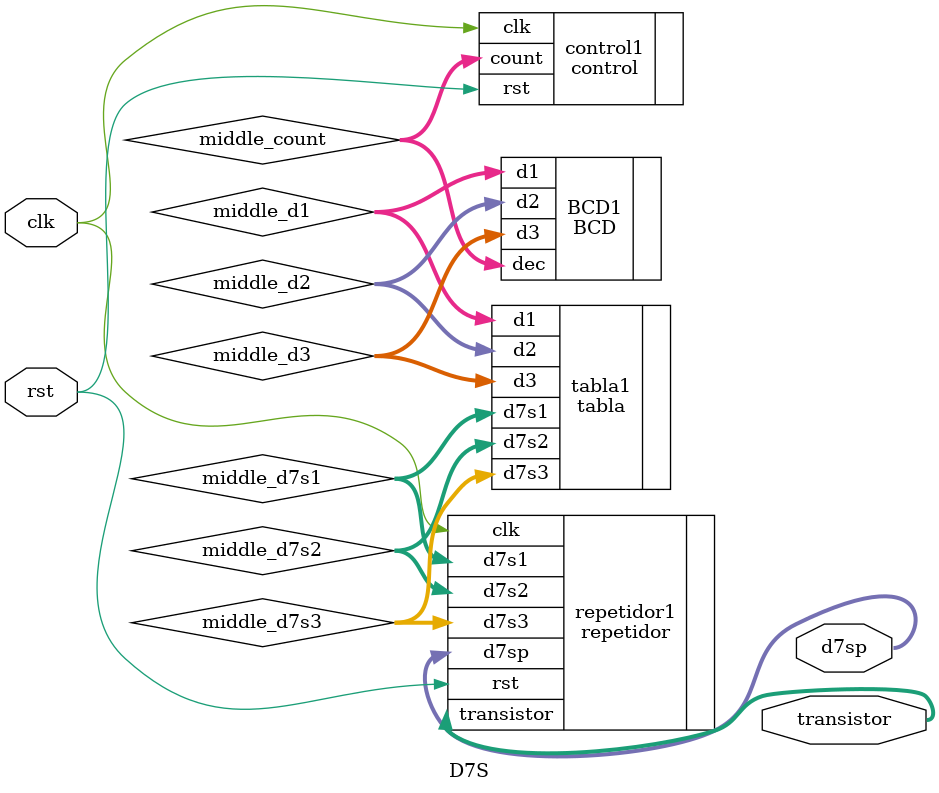
<source format=sv>
module D7S(
    input logic clk,
    input logic rst,
    output logic [2:0] transistor,
    output logic [6:0] d7sp
    );
   
    logic [7:0] middle_count;
    logic [3:0] middle_d1;
    logic [3:0] middle_d2;
    logic [3:0] middle_d3;
    logic [6:0] middle_d7s1;
    logic [6:0] middle_d7s2;
    logic [6:0] middle_d7s3;

    control control1(
        .clk(clk),
        .rst(rst),
        .count(middle_count)
    );

    BCD BCD1(
        .dec(middle_count),
        .d1(middle_d1),
        .d2(middle_d2),
        .d3(middle_d3)
    );

    tabla tabla1(
        .d1(middle_d1),
        .d2(middle_d2),
        .d3(middle_d3),
        .d7s1(middle_d7s1),
        .d7s2(middle_d7s2),
        .d7s3(middle_d7s3)
    );

    repetidor repetidor1 (
        .clk(clk),
        .rst(rst),
        .d7s1(middle_d7s1),
        .d7s2(middle_d7s2),
        .d7s3(middle_d7s3),
        .d7sp(d7sp),
        .transistor(transistor)
    );

endmodule



</source>
